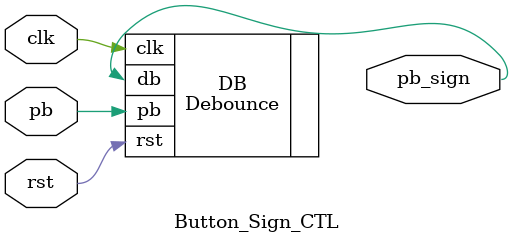
<source format=v>
`timescale 1ns / 1ps


module Button_Sign_CTL(clk, rst, pb, pb_sign);
input clk, rst, pb;
output pb_sign;
wire db_sign;
wire TwoClk;
reg delay_db_sign;

//_2HzClk ONECLK0(.clk(clk), .rst(rst), .clk_out(TwoClk));
Debounce DB(.clk(clk), .rst(rst), .pb(pb), .db(pb_sign));



endmodule

</source>
